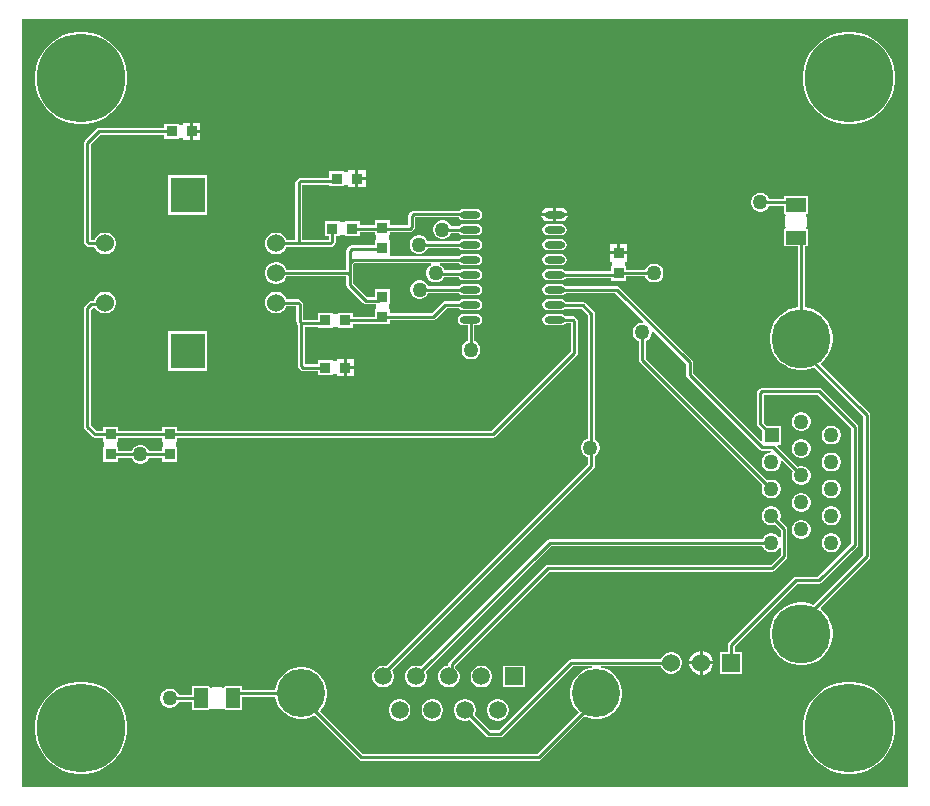
<source format=gtl>
G04*
G04 #@! TF.GenerationSoftware,Altium Limited,Altium Designer,21.3.1 (25)*
G04*
G04 Layer_Physical_Order=1*
G04 Layer_Color=255*
%FSLAX44Y44*%
%MOMM*%
G71*
G04*
G04 #@! TF.SameCoordinates,4862DC25-4AA2-4778-B268-FF6FA36D4FA1*
G04*
G04*
G04 #@! TF.FilePolarity,Positive*
G04*
G01*
G75*
%ADD15C,0.2540*%
%ADD17R,0.9500X0.9500*%
%ADD18R,0.9500X0.9500*%
%ADD19O,1.7500X0.6000*%
%ADD20R,1.1500X1.7000*%
%ADD21R,1.7000X1.1500*%
%ADD37C,1.5080*%
%ADD38C,4.0660*%
%ADD39R,1.5080X1.5080*%
%ADD40R,1.5240X1.5240*%
%ADD41C,1.5240*%
%ADD42C,7.5000*%
%ADD43C,5.0000*%
%ADD44C,1.2700*%
%ADD45R,1.2700X1.2700*%
%ADD46R,3.0000X3.0000*%
G36*
X775000Y225000D02*
X25000D01*
Y875000D01*
X775000D01*
Y225000D01*
D02*
G37*
%LPC*%
G36*
X728077Y864100D02*
X721923D01*
X715844Y863137D01*
X709991Y861235D01*
X704507Y858441D01*
X699528Y854824D01*
X695176Y850472D01*
X691559Y845493D01*
X688765Y840009D01*
X686863Y834156D01*
X685900Y828077D01*
Y821923D01*
X686863Y815844D01*
X688765Y809991D01*
X691559Y804507D01*
X695176Y799528D01*
X699528Y795176D01*
X704507Y791559D01*
X709991Y788765D01*
X715844Y786863D01*
X721923Y785900D01*
X728077D01*
X734156Y786863D01*
X740009Y788765D01*
X745493Y791559D01*
X750472Y795176D01*
X754824Y799528D01*
X758441Y804507D01*
X761235Y809991D01*
X763137Y815844D01*
X764100Y821923D01*
Y828077D01*
X763137Y834156D01*
X761235Y840009D01*
X758441Y845493D01*
X754824Y850472D01*
X750472Y854824D01*
X745493Y858441D01*
X740009Y861235D01*
X734156Y863137D01*
X728077Y864100D01*
D02*
G37*
G36*
X78077D02*
X71923D01*
X65844Y863137D01*
X59991Y861235D01*
X54507Y858441D01*
X49528Y854824D01*
X45176Y850472D01*
X41559Y845493D01*
X38765Y840009D01*
X36863Y834156D01*
X35900Y828077D01*
Y821923D01*
X36863Y815844D01*
X38765Y809991D01*
X41559Y804507D01*
X45176Y799528D01*
X49528Y795176D01*
X54507Y791559D01*
X59991Y788765D01*
X65844Y786863D01*
X71923Y785900D01*
X78077D01*
X84156Y786863D01*
X90009Y788765D01*
X95493Y791559D01*
X100472Y795176D01*
X104824Y799528D01*
X108441Y804507D01*
X111235Y809991D01*
X113137Y815844D01*
X114100Y821923D01*
Y828077D01*
X113137Y834156D01*
X111235Y840009D01*
X108441Y845493D01*
X104824Y850472D01*
X100472Y854824D01*
X95493Y858441D01*
X90009Y861235D01*
X84156Y863137D01*
X78077Y864100D01*
D02*
G37*
G36*
X167230Y787290D02*
X161210D01*
Y785631D01*
X158000D01*
X157850Y785754D01*
Y786350D01*
X145150D01*
Y782926D01*
X90000D01*
X88880Y782703D01*
X87931Y782069D01*
X77931Y772069D01*
X77297Y771120D01*
X77074Y770000D01*
Y686488D01*
X77297Y685368D01*
X77931Y684419D01*
X79419Y682931D01*
X80368Y682297D01*
X81488Y682074D01*
X86239D01*
X86408Y681441D01*
X87622Y679339D01*
X89339Y677622D01*
X91441Y676408D01*
X93786Y675780D01*
X96214D01*
X98559Y676408D01*
X100661Y677622D01*
X102378Y679339D01*
X103592Y681441D01*
X104220Y683786D01*
Y686214D01*
X103592Y688559D01*
X102378Y690661D01*
X100661Y692378D01*
X98559Y693592D01*
X96214Y694220D01*
X93786D01*
X91441Y693592D01*
X89339Y692378D01*
X87622Y690661D01*
X86408Y688559D01*
X86239Y687926D01*
X82926D01*
Y768788D01*
X91212Y777074D01*
X145150D01*
Y773650D01*
X157850D01*
Y774246D01*
X158000Y774369D01*
X161210D01*
Y772710D01*
X167230D01*
Y780000D01*
Y787290D01*
D02*
G37*
G36*
X175790D02*
X169770D01*
Y781270D01*
X175790D01*
Y787290D01*
D02*
G37*
G36*
Y778730D02*
X169770D01*
Y772710D01*
X175790D01*
Y778730D01*
D02*
G37*
G36*
X307230Y747290D02*
X301210D01*
Y745631D01*
X298000D01*
X297850Y745754D01*
Y746350D01*
X285150D01*
Y740426D01*
X260494D01*
X259374Y740203D01*
X258425Y739569D01*
X256937Y738081D01*
X256303Y737132D01*
X256080Y736012D01*
Y687926D01*
X248761D01*
X248592Y688559D01*
X247378Y690661D01*
X245661Y692378D01*
X243559Y693592D01*
X241214Y694220D01*
X238786D01*
X236441Y693592D01*
X234339Y692378D01*
X232622Y690661D01*
X231408Y688559D01*
X230780Y686214D01*
Y683786D01*
X231408Y681441D01*
X232622Y679339D01*
X234339Y677622D01*
X236441Y676408D01*
X238786Y675780D01*
X241214D01*
X243559Y676408D01*
X245661Y677622D01*
X247378Y679339D01*
X248592Y681441D01*
X248761Y682074D01*
X286012D01*
X287132Y682297D01*
X288081Y682931D01*
X289569Y684419D01*
X290203Y685368D01*
X290426Y686488D01*
Y691150D01*
X293850D01*
Y691746D01*
X294000Y691869D01*
X298000D01*
X298150Y691746D01*
Y691150D01*
X310850D01*
Y694574D01*
X323650D01*
Y692150D01*
X324246D01*
X324369Y692000D01*
Y688000D01*
X324246Y687850D01*
X323650D01*
Y683426D01*
X303988D01*
X302868Y683203D01*
X301919Y682569D01*
X300431Y681081D01*
X299797Y680132D01*
X299574Y679012D01*
Y668762D01*
Y662926D01*
X248761D01*
X248592Y663559D01*
X247378Y665661D01*
X245661Y667378D01*
X243559Y668592D01*
X241214Y669220D01*
X238786D01*
X236441Y668592D01*
X234339Y667378D01*
X232622Y665661D01*
X231408Y663559D01*
X230780Y661214D01*
Y658786D01*
X231408Y656441D01*
X232622Y654339D01*
X234339Y652622D01*
X236441Y651408D01*
X238786Y650780D01*
X241214D01*
X243559Y651408D01*
X245661Y652622D01*
X247378Y654339D01*
X248592Y656441D01*
X248761Y657074D01*
X299574D01*
Y650040D01*
X299797Y648920D01*
X300431Y647971D01*
X313951Y634451D01*
X314900Y633816D01*
X316020Y633594D01*
X324292D01*
X324369Y633500D01*
Y629500D01*
X324246Y629350D01*
X323650D01*
Y622926D01*
X304850D01*
Y626350D01*
X292150D01*
Y625755D01*
X292000Y625631D01*
X288000D01*
X287850Y625755D01*
Y626350D01*
X275150D01*
Y620426D01*
X262926D01*
Y633512D01*
X262703Y634632D01*
X262069Y635581D01*
X260581Y637069D01*
X259632Y637703D01*
X258512Y637926D01*
X248761D01*
X248592Y638559D01*
X247378Y640661D01*
X245661Y642378D01*
X243559Y643592D01*
X241214Y644220D01*
X238786D01*
X236441Y643592D01*
X234339Y642378D01*
X232622Y640661D01*
X231408Y638559D01*
X230780Y636214D01*
Y633786D01*
X231408Y631441D01*
X232622Y629339D01*
X234339Y627622D01*
X236441Y626408D01*
X238786Y625780D01*
X241214D01*
X243559Y626408D01*
X245661Y627622D01*
X247378Y629339D01*
X248592Y631441D01*
X248761Y632074D01*
X257074D01*
Y618988D01*
X257297Y617868D01*
X257931Y616919D01*
X258562Y616288D01*
Y581488D01*
X258784Y580368D01*
X259419Y579419D01*
X260907Y577931D01*
X261856Y577296D01*
X262976Y577074D01*
X275150D01*
Y573650D01*
X287850D01*
Y574246D01*
X288000Y574369D01*
X291210D01*
Y572710D01*
X297230D01*
Y580000D01*
Y587290D01*
X291210D01*
Y585631D01*
X288000D01*
X287850Y585755D01*
Y586350D01*
X275150D01*
Y582926D01*
X264414D01*
Y614574D01*
X275150D01*
Y613650D01*
X287850D01*
Y614246D01*
X288000Y614369D01*
X292000D01*
X292150Y614246D01*
Y613650D01*
X304850D01*
Y617074D01*
X323650D01*
Y616650D01*
X336350D01*
Y620074D01*
X373000D01*
X374120Y620297D01*
X375069Y620931D01*
X384462Y630324D01*
X394923D01*
X395184Y629934D01*
X396705Y628917D01*
X398500Y628560D01*
X410000D01*
X411795Y628917D01*
X413316Y629934D01*
X414333Y631455D01*
X414690Y633250D01*
X414333Y635045D01*
X413316Y636566D01*
X411795Y637583D01*
X410000Y637940D01*
X398500D01*
X396705Y637583D01*
X395184Y636566D01*
X394923Y636176D01*
X383250D01*
X382130Y635953D01*
X381181Y635319D01*
X371788Y625926D01*
X336350D01*
Y629350D01*
X335754D01*
X335631Y629500D01*
Y633500D01*
X335754Y633650D01*
X336350D01*
Y646350D01*
X323650D01*
Y639446D01*
X317232D01*
X305426Y651252D01*
Y658512D01*
Y667550D01*
X306300Y668424D01*
X371150D01*
X371491Y667154D01*
X370119Y666362D01*
X368638Y664881D01*
X367592Y663068D01*
X367050Y661047D01*
Y658953D01*
X367592Y656931D01*
X368638Y655119D01*
X370119Y653638D01*
X371931Y652592D01*
X373953Y652050D01*
X376047D01*
X378069Y652592D01*
X379881Y653638D01*
X381362Y655119D01*
X382093Y656386D01*
X394481D01*
X395184Y655334D01*
X396705Y654317D01*
X398500Y653960D01*
X410000D01*
X411795Y654317D01*
X413316Y655334D01*
X414333Y656855D01*
X414690Y658650D01*
X414333Y660445D01*
X413316Y661966D01*
X411795Y662983D01*
X410000Y663340D01*
X398500D01*
X396705Y662983D01*
X395591Y662238D01*
X382631D01*
X382408Y663068D01*
X381362Y664881D01*
X379881Y666362D01*
X378509Y667154D01*
X378850Y668424D01*
X394923D01*
X395184Y668034D01*
X396705Y667017D01*
X398500Y666660D01*
X410000D01*
X411795Y667017D01*
X413316Y668034D01*
X414333Y669555D01*
X414690Y671350D01*
X414333Y673145D01*
X413316Y674666D01*
X411795Y675683D01*
X410000Y676040D01*
X398500D01*
X396705Y675683D01*
X395184Y674666D01*
X394923Y674276D01*
X337258D01*
X336350Y675150D01*
Y687850D01*
X335754D01*
X335631Y688000D01*
Y692000D01*
X335754Y692150D01*
X336350D01*
Y694574D01*
X353512D01*
X354632Y694797D01*
X355581Y695431D01*
X357069Y696919D01*
X357704Y697868D01*
X357926Y698988D01*
Y707074D01*
X394555D01*
X395184Y706134D01*
X396705Y705117D01*
X398500Y704760D01*
X410000D01*
X411795Y705117D01*
X413316Y706134D01*
X414333Y707655D01*
X414690Y709450D01*
X414333Y711245D01*
X413316Y712766D01*
X411795Y713783D01*
X410000Y714140D01*
X398500D01*
X396705Y713783D01*
X395423Y712926D01*
X356488D01*
X355368Y712703D01*
X354419Y712069D01*
X352931Y710581D01*
X352296Y709632D01*
X352074Y708512D01*
Y700426D01*
X336350D01*
Y704850D01*
X323650D01*
Y700426D01*
X310850D01*
Y703850D01*
X298150D01*
Y703254D01*
X298000Y703131D01*
X294000D01*
X293850Y703254D01*
Y703850D01*
X281150D01*
Y691150D01*
X284574D01*
Y687926D01*
X261932D01*
Y734574D01*
X285150D01*
Y733650D01*
X297850D01*
Y734246D01*
X298000Y734369D01*
X301210D01*
Y732710D01*
X307230D01*
Y740000D01*
Y747290D01*
D02*
G37*
G36*
X315790D02*
X309770D01*
Y741270D01*
X315790D01*
Y747290D01*
D02*
G37*
G36*
Y738730D02*
X309770D01*
Y732710D01*
X315790D01*
Y738730D01*
D02*
G37*
G36*
X481500Y715098D02*
X477020D01*
Y710720D01*
X486896D01*
X486719Y711612D01*
X485494Y713444D01*
X483662Y714669D01*
X481500Y715098D01*
D02*
G37*
G36*
X474480D02*
X470000D01*
X467838Y714669D01*
X466006Y713444D01*
X464781Y711612D01*
X464604Y710720D01*
X474480D01*
Y715098D01*
D02*
G37*
G36*
X181600Y742600D02*
X148400D01*
Y709400D01*
X181600D01*
Y742600D01*
D02*
G37*
G36*
X486896Y708180D02*
X477020D01*
Y703801D01*
X481500D01*
X483662Y704231D01*
X485494Y705456D01*
X486719Y707288D01*
X486896Y708180D01*
D02*
G37*
G36*
X474480D02*
X464604D01*
X464781Y707288D01*
X466006Y705456D01*
X467838Y704231D01*
X470000Y703801D01*
X474480D01*
Y708180D01*
D02*
G37*
G36*
X481500Y701440D02*
X470000D01*
X468205Y701083D01*
X466684Y700066D01*
X465667Y698545D01*
X465310Y696750D01*
X465667Y694955D01*
X466684Y693434D01*
X468205Y692417D01*
X470000Y692060D01*
X481500D01*
X483295Y692417D01*
X484816Y693434D01*
X485833Y694955D01*
X486190Y696750D01*
X485833Y698545D01*
X484816Y700066D01*
X483295Y701083D01*
X481500Y701440D01*
D02*
G37*
G36*
X381797Y704700D02*
X379703D01*
X377681Y704158D01*
X375869Y703111D01*
X374388Y701631D01*
X373342Y699818D01*
X372800Y697797D01*
Y695703D01*
X373342Y693681D01*
X374388Y691869D01*
X375869Y690388D01*
X377681Y689342D01*
X379703Y688800D01*
X381797D01*
X383819Y689342D01*
X385631Y690388D01*
X387112Y691869D01*
X388158Y693681D01*
X388196Y693824D01*
X394923D01*
X395184Y693434D01*
X396705Y692417D01*
X398500Y692060D01*
X410000D01*
X411795Y692417D01*
X413316Y693434D01*
X414333Y694955D01*
X414690Y696750D01*
X414333Y698545D01*
X413316Y700066D01*
X411795Y701083D01*
X410000Y701440D01*
X398500D01*
X396705Y701083D01*
X395184Y700066D01*
X394923Y699676D01*
X388196D01*
X388158Y699818D01*
X387112Y701631D01*
X385631Y703111D01*
X383819Y704158D01*
X381797Y704700D01*
D02*
G37*
G36*
X481500Y688740D02*
X470000D01*
X468205Y688383D01*
X466684Y687366D01*
X465667Y685845D01*
X465310Y684050D01*
X465667Y682255D01*
X466684Y680734D01*
X468205Y679717D01*
X470000Y679360D01*
X481500D01*
X483295Y679717D01*
X484816Y680734D01*
X485833Y682255D01*
X486190Y684050D01*
X485833Y685845D01*
X484816Y687366D01*
X483295Y688383D01*
X481500Y688740D01*
D02*
G37*
G36*
X361997Y692000D02*
X359903D01*
X357881Y691458D01*
X356069Y690412D01*
X354588Y688931D01*
X353542Y687119D01*
X353000Y685097D01*
Y683003D01*
X353542Y680981D01*
X354588Y679168D01*
X356069Y677688D01*
X357881Y676642D01*
X359903Y676100D01*
X361997D01*
X364019Y676642D01*
X365831Y677688D01*
X367312Y679168D01*
X368358Y680981D01*
X368396Y681124D01*
X394923D01*
X395184Y680734D01*
X396705Y679717D01*
X398500Y679360D01*
X410000D01*
X411795Y679717D01*
X413316Y680734D01*
X414333Y682255D01*
X414690Y684050D01*
X414333Y685845D01*
X413316Y687366D01*
X411795Y688383D01*
X410000Y688740D01*
X398500D01*
X396705Y688383D01*
X395184Y687366D01*
X394923Y686976D01*
X368396D01*
X368358Y687119D01*
X367312Y688931D01*
X365831Y690412D01*
X364019Y691458D01*
X361997Y692000D01*
D02*
G37*
G36*
X537290Y684290D02*
X531270D01*
Y678270D01*
X537290D01*
Y684290D01*
D02*
G37*
G36*
X528730D02*
X522710D01*
Y678270D01*
X528730D01*
Y684290D01*
D02*
G37*
G36*
X481500Y676040D02*
X470000D01*
X468205Y675683D01*
X466684Y674666D01*
X465667Y673145D01*
X465310Y671350D01*
X465667Y669555D01*
X466684Y668034D01*
X468205Y667017D01*
X470000Y666660D01*
X481500D01*
X483295Y667017D01*
X484816Y668034D01*
X485833Y669555D01*
X486190Y671350D01*
X485833Y673145D01*
X484816Y674666D01*
X483295Y675683D01*
X481500Y676040D01*
D02*
G37*
G36*
X537290Y675730D02*
X530000D01*
X522710D01*
Y669710D01*
X524369D01*
Y666500D01*
X524246Y666350D01*
X523650D01*
Y661576D01*
X485077D01*
X484816Y661966D01*
X483295Y662983D01*
X481500Y663340D01*
X470000D01*
X468205Y662983D01*
X466684Y661966D01*
X465667Y660445D01*
X465310Y658650D01*
X465667Y656855D01*
X466684Y655334D01*
X468205Y654317D01*
X470000Y653960D01*
X481500D01*
X483295Y654317D01*
X484816Y655334D01*
X485077Y655724D01*
X523650D01*
Y653650D01*
X536350D01*
Y657074D01*
X552554D01*
X552592Y656931D01*
X553638Y655119D01*
X555119Y653638D01*
X556931Y652592D01*
X558953Y652050D01*
X561047D01*
X563069Y652592D01*
X564881Y653638D01*
X566362Y655119D01*
X567408Y656931D01*
X567950Y658953D01*
Y661047D01*
X567408Y663069D01*
X566362Y664881D01*
X564881Y666362D01*
X563069Y667408D01*
X561047Y667950D01*
X558953D01*
X556931Y667408D01*
X555119Y666362D01*
X553638Y664881D01*
X552592Y663069D01*
X552554Y662926D01*
X536350D01*
Y666350D01*
X535755D01*
X535631Y666500D01*
Y669710D01*
X537290D01*
Y675730D01*
D02*
G37*
G36*
X362597Y653900D02*
X360503D01*
X358481Y653358D01*
X356669Y652311D01*
X355188Y650831D01*
X354142Y649018D01*
X353600Y646997D01*
Y644903D01*
X354142Y642881D01*
X355188Y641068D01*
X356669Y639588D01*
X358481Y638542D01*
X360503Y638000D01*
X362597D01*
X364619Y638542D01*
X366431Y639588D01*
X367912Y641068D01*
X368958Y642881D01*
X368996Y643024D01*
X394923D01*
X395184Y642634D01*
X396705Y641617D01*
X398500Y641260D01*
X410000D01*
X411795Y641617D01*
X413316Y642634D01*
X414333Y644155D01*
X414690Y645950D01*
X414333Y647745D01*
X413316Y649266D01*
X411795Y650283D01*
X410000Y650640D01*
X398500D01*
X396705Y650283D01*
X395184Y649266D01*
X394923Y648876D01*
X368996D01*
X368958Y649018D01*
X367912Y650831D01*
X366431Y652311D01*
X364619Y653358D01*
X362597Y653900D01*
D02*
G37*
G36*
X96214Y644220D02*
X93786D01*
X91441Y643592D01*
X89339Y642378D01*
X87622Y640661D01*
X86408Y638559D01*
X85856Y636496D01*
X83570D01*
X82450Y636273D01*
X81501Y635639D01*
X77931Y632069D01*
X77297Y631120D01*
X77074Y630000D01*
Y530000D01*
X77297Y528880D01*
X77931Y527931D01*
X84431Y521431D01*
X85380Y520797D01*
X86500Y520574D01*
X93650D01*
Y517150D01*
X94246D01*
X94369Y517000D01*
Y513000D01*
X94246Y512850D01*
X93650D01*
Y500150D01*
X106350D01*
Y503574D01*
X117554D01*
X117592Y503431D01*
X118638Y501619D01*
X120119Y500138D01*
X121931Y499092D01*
X123953Y498550D01*
X126047D01*
X128069Y499092D01*
X129881Y500138D01*
X131362Y501619D01*
X132408Y503431D01*
X132446Y503574D01*
X143650D01*
Y500150D01*
X156350D01*
Y512850D01*
X155754D01*
X155631Y513000D01*
Y517000D01*
X155754Y517150D01*
X156350D01*
Y520574D01*
X423500D01*
X424620Y520797D01*
X425569Y521431D01*
X472069Y567931D01*
X472069Y567931D01*
X494569Y590431D01*
X495204Y591380D01*
X495426Y592500D01*
Y619062D01*
X495204Y620182D01*
X494569Y621131D01*
X493081Y622619D01*
X492132Y623253D01*
X491012Y623476D01*
X485077D01*
X484816Y623866D01*
X483295Y624883D01*
X481500Y625240D01*
X470000D01*
X468205Y624883D01*
X466684Y623866D01*
X465667Y622345D01*
X465310Y620550D01*
X465667Y618755D01*
X466684Y617234D01*
X468205Y616217D01*
X470000Y615860D01*
X481500D01*
X483295Y616217D01*
X484816Y617234D01*
X485077Y617624D01*
X489574D01*
Y593712D01*
X467931Y572069D01*
X467931Y572069D01*
X422288Y526426D01*
X156350D01*
Y529850D01*
X143650D01*
Y526426D01*
X106350D01*
Y529850D01*
X93650D01*
Y526426D01*
X87712D01*
X82926Y531212D01*
Y628788D01*
X84782Y630644D01*
X86869D01*
X87622Y629339D01*
X89339Y627622D01*
X91441Y626408D01*
X93786Y625780D01*
X96214D01*
X98559Y626408D01*
X100661Y627622D01*
X102378Y629339D01*
X103592Y631441D01*
X104220Y633786D01*
Y636214D01*
X103592Y638559D01*
X102378Y640661D01*
X100661Y642378D01*
X98559Y643592D01*
X96214Y644220D01*
D02*
G37*
G36*
X410000Y625240D02*
X398500D01*
X396705Y624883D01*
X395184Y623866D01*
X394167Y622345D01*
X393810Y620550D01*
X394167Y618755D01*
X395184Y617234D01*
X396705Y616217D01*
X398500Y615860D01*
X402074D01*
Y602446D01*
X401931Y602408D01*
X400119Y601362D01*
X398638Y599881D01*
X397592Y598069D01*
X397050Y596047D01*
Y593953D01*
X397592Y591931D01*
X398638Y590119D01*
X400119Y588638D01*
X401931Y587592D01*
X403953Y587050D01*
X406047D01*
X408069Y587592D01*
X409881Y588638D01*
X411362Y590119D01*
X412408Y591931D01*
X412950Y593953D01*
Y596047D01*
X412408Y598069D01*
X411362Y599881D01*
X409881Y601362D01*
X408069Y602408D01*
X407926Y602446D01*
Y615860D01*
X410000D01*
X411795Y616217D01*
X413316Y617234D01*
X414333Y618755D01*
X414690Y620550D01*
X414333Y622345D01*
X413316Y623866D01*
X411795Y624883D01*
X410000Y625240D01*
D02*
G37*
G36*
X305790Y587290D02*
X299770D01*
Y581270D01*
X305790D01*
Y587290D01*
D02*
G37*
G36*
X181600Y610600D02*
X148400D01*
Y577400D01*
X181600D01*
Y610600D01*
D02*
G37*
G36*
X305790Y578730D02*
X299770D01*
Y572710D01*
X305790D01*
Y578730D01*
D02*
G37*
G36*
X685647Y542150D02*
X683553D01*
X681531Y541608D01*
X679719Y540562D01*
X678238Y539081D01*
X677192Y537269D01*
X676650Y535247D01*
Y533153D01*
X677192Y531131D01*
X678238Y529319D01*
X679719Y527838D01*
X681531Y526792D01*
X683553Y526250D01*
X685647D01*
X687669Y526792D01*
X689481Y527838D01*
X690962Y529319D01*
X692008Y531131D01*
X692550Y533153D01*
Y535247D01*
X692008Y537269D01*
X690962Y539081D01*
X689481Y540562D01*
X687669Y541608D01*
X685647Y542150D01*
D02*
G37*
G36*
X711047Y530750D02*
X708953D01*
X706931Y530208D01*
X705119Y529162D01*
X703638Y527681D01*
X702592Y525869D01*
X702050Y523847D01*
Y521753D01*
X702592Y519731D01*
X703638Y517919D01*
X705119Y516438D01*
X706931Y515392D01*
X708953Y514850D01*
X711047D01*
X713069Y515392D01*
X714881Y516438D01*
X716362Y517919D01*
X717408Y519731D01*
X717950Y521753D01*
Y523847D01*
X717408Y525869D01*
X716362Y527681D01*
X714881Y529162D01*
X713069Y530208D01*
X711047Y530750D01*
D02*
G37*
G36*
X685647Y519350D02*
X683553D01*
X681531Y518808D01*
X679719Y517762D01*
X678238Y516281D01*
X677192Y514469D01*
X676650Y512447D01*
Y510353D01*
X677192Y508331D01*
X678238Y506519D01*
X679719Y505038D01*
X681531Y503992D01*
X683553Y503450D01*
X685647D01*
X687669Y503992D01*
X689481Y505038D01*
X690962Y506519D01*
X692008Y508331D01*
X692550Y510353D01*
Y512447D01*
X692008Y514469D01*
X690962Y516281D01*
X689481Y517762D01*
X687669Y518808D01*
X685647Y519350D01*
D02*
G37*
G36*
X711047Y507950D02*
X708953D01*
X706931Y507408D01*
X705119Y506362D01*
X703638Y504881D01*
X702592Y503069D01*
X702050Y501047D01*
Y498953D01*
X702592Y496931D01*
X703638Y495119D01*
X705119Y493638D01*
X706931Y492592D01*
X708953Y492050D01*
X711047D01*
X713069Y492592D01*
X714881Y493638D01*
X716362Y495119D01*
X717408Y496931D01*
X717950Y498953D01*
Y501047D01*
X717408Y503069D01*
X716362Y504881D01*
X714881Y506362D01*
X713069Y507408D01*
X711047Y507950D01*
D02*
G37*
G36*
Y485150D02*
X708953D01*
X706931Y484608D01*
X705119Y483562D01*
X703638Y482081D01*
X702592Y480269D01*
X702050Y478247D01*
Y476153D01*
X702592Y474131D01*
X703638Y472319D01*
X705119Y470838D01*
X706931Y469792D01*
X708953Y469250D01*
X711047D01*
X713069Y469792D01*
X714881Y470838D01*
X716362Y472319D01*
X717408Y474131D01*
X717950Y476153D01*
Y478247D01*
X717408Y480269D01*
X716362Y482081D01*
X714881Y483562D01*
X713069Y484608D01*
X711047Y485150D01*
D02*
G37*
G36*
X685647Y473750D02*
X683553D01*
X681531Y473208D01*
X679719Y472162D01*
X678238Y470681D01*
X677192Y468869D01*
X676650Y466847D01*
Y464753D01*
X677192Y462731D01*
X678238Y460919D01*
X679719Y459438D01*
X681531Y458392D01*
X683553Y457850D01*
X685647D01*
X687669Y458392D01*
X689481Y459438D01*
X690962Y460919D01*
X692008Y462731D01*
X692550Y464753D01*
Y466847D01*
X692008Y468869D01*
X690962Y470681D01*
X689481Y472162D01*
X687669Y473208D01*
X685647Y473750D01*
D02*
G37*
G36*
X711047Y462350D02*
X708953D01*
X706931Y461808D01*
X705119Y460762D01*
X703638Y459281D01*
X702592Y457469D01*
X702050Y455447D01*
Y453353D01*
X702592Y451331D01*
X703638Y449519D01*
X705119Y448038D01*
X706931Y446992D01*
X708953Y446450D01*
X711047D01*
X713069Y446992D01*
X714881Y448038D01*
X716362Y449519D01*
X717408Y451331D01*
X717950Y453353D01*
Y455447D01*
X717408Y457469D01*
X716362Y459281D01*
X714881Y460762D01*
X713069Y461808D01*
X711047Y462350D01*
D02*
G37*
G36*
X660247D02*
X658153D01*
X656131Y461808D01*
X654319Y460762D01*
X652838Y459281D01*
X651792Y457469D01*
X651250Y455447D01*
Y453353D01*
X651792Y451331D01*
X652838Y449519D01*
X654319Y448038D01*
X656131Y446992D01*
X658153Y446450D01*
X660247D01*
X662269Y446992D01*
X662396Y447066D01*
X667074Y442388D01*
Y436402D01*
X665804Y436062D01*
X665562Y436481D01*
X664081Y437962D01*
X662269Y439008D01*
X660247Y439550D01*
X658153D01*
X656131Y439008D01*
X654319Y437962D01*
X652838Y436481D01*
X651792Y434669D01*
X651754Y434526D01*
X471650D01*
X470530Y434303D01*
X469581Y433669D01*
X362517Y326606D01*
X361978Y326917D01*
X359653Y327540D01*
X357247D01*
X354922Y326917D01*
X352838Y325714D01*
X351136Y324012D01*
X349933Y321928D01*
X349310Y319603D01*
Y317197D01*
X349933Y314872D01*
X351136Y312788D01*
X352838Y311086D01*
X354922Y309883D01*
X357247Y309260D01*
X359653D01*
X361978Y309883D01*
X364062Y311086D01*
X365764Y312788D01*
X366967Y314872D01*
X367590Y317197D01*
Y319603D01*
X366967Y321928D01*
X366656Y322467D01*
X472862Y428674D01*
X651754D01*
X651792Y428531D01*
X652838Y426719D01*
X654319Y425238D01*
X656131Y424192D01*
X658153Y423650D01*
X660247D01*
X662269Y424192D01*
X664081Y425238D01*
X665562Y426719D01*
X665804Y427138D01*
X667074Y426798D01*
Y421212D01*
X658788Y412926D01*
X470000D01*
X468880Y412704D01*
X467931Y412069D01*
X386480Y330619D01*
X385846Y329669D01*
X385623Y328549D01*
Y327540D01*
X384947D01*
X382622Y326917D01*
X380538Y325714D01*
X378836Y324012D01*
X377633Y321928D01*
X377010Y319603D01*
Y317197D01*
X377633Y314872D01*
X378836Y312788D01*
X380538Y311086D01*
X382622Y309883D01*
X384947Y309260D01*
X387353D01*
X389678Y309883D01*
X391762Y311086D01*
X393464Y312788D01*
X394667Y314872D01*
X395290Y317197D01*
Y319603D01*
X394667Y321928D01*
X393464Y324012D01*
X391762Y325714D01*
X391476Y325879D01*
Y327337D01*
X471212Y407074D01*
X660000D01*
X661120Y407296D01*
X662069Y407931D01*
X672069Y417931D01*
X672703Y418880D01*
X672926Y420000D01*
Y443600D01*
X672703Y444720D01*
X672069Y445669D01*
X666535Y451204D01*
X666608Y451331D01*
X667150Y453353D01*
Y455447D01*
X666608Y457469D01*
X665562Y459281D01*
X664081Y460762D01*
X662269Y461808D01*
X660247Y462350D01*
D02*
G37*
G36*
X685647Y450950D02*
X683553D01*
X681531Y450408D01*
X679719Y449362D01*
X678238Y447881D01*
X677192Y446069D01*
X676650Y444047D01*
Y441953D01*
X677192Y439931D01*
X678238Y438119D01*
X679719Y436638D01*
X681531Y435592D01*
X683553Y435050D01*
X685647D01*
X687669Y435592D01*
X689481Y436638D01*
X690962Y438119D01*
X692008Y439931D01*
X692550Y441953D01*
Y444047D01*
X692008Y446069D01*
X690962Y447881D01*
X689481Y449362D01*
X687669Y450408D01*
X685647Y450950D01*
D02*
G37*
G36*
X711047Y439550D02*
X708953D01*
X706931Y439008D01*
X705119Y437962D01*
X703638Y436481D01*
X702592Y434669D01*
X702050Y432647D01*
Y430553D01*
X702592Y428531D01*
X703638Y426719D01*
X705119Y425238D01*
X706931Y424192D01*
X708953Y423650D01*
X711047D01*
X713069Y424192D01*
X714881Y425238D01*
X716362Y426719D01*
X717408Y428531D01*
X717950Y430553D01*
Y432647D01*
X717408Y434669D01*
X716362Y436481D01*
X714881Y437962D01*
X713069Y439008D01*
X711047Y439550D01*
D02*
G37*
G36*
X651047Y727950D02*
X648953D01*
X646931Y727408D01*
X645119Y726362D01*
X643638Y724881D01*
X642592Y723069D01*
X642050Y721047D01*
Y718953D01*
X642592Y716931D01*
X643638Y715119D01*
X645119Y713638D01*
X646931Y712592D01*
X648953Y712050D01*
X651047D01*
X653069Y712592D01*
X654881Y713638D01*
X656362Y715119D01*
X657408Y716931D01*
X657446Y717074D01*
X669900D01*
Y710150D01*
X670926D01*
X671347Y708904D01*
X670993Y708374D01*
X670869Y707750D01*
Y699750D01*
X670993Y699126D01*
X671347Y698596D01*
X670926Y697350D01*
X669900D01*
Y682650D01*
X681674D01*
Y630968D01*
X678371Y630445D01*
X674389Y629151D01*
X670659Y627250D01*
X667271Y624789D01*
X664311Y621829D01*
X661850Y618441D01*
X659949Y614711D01*
X658655Y610729D01*
X658000Y606594D01*
Y602407D01*
X658655Y598271D01*
X659949Y594289D01*
X661850Y590559D01*
X664311Y587171D01*
X667271Y584211D01*
X670659Y581750D01*
X674389Y579849D01*
X678371Y578555D01*
X682506Y577900D01*
X686693D01*
X690829Y578555D01*
X694811Y579849D01*
X695607Y580255D01*
X737074Y538788D01*
Y421212D01*
X695011Y379149D01*
X694811Y379251D01*
X690829Y380545D01*
X686693Y381200D01*
X682506D01*
X678371Y380545D01*
X674389Y379251D01*
X670659Y377350D01*
X667271Y374889D01*
X664311Y371929D01*
X661850Y368541D01*
X659949Y364811D01*
X658655Y360829D01*
X658000Y356693D01*
Y352506D01*
X658655Y348371D01*
X659949Y344389D01*
X661850Y340659D01*
X664311Y337271D01*
X667271Y334311D01*
X670659Y331850D01*
X674389Y329949D01*
X678371Y328655D01*
X682506Y328000D01*
X686693D01*
X690829Y328655D01*
X694811Y329949D01*
X698541Y331850D01*
X701929Y334311D01*
X704889Y337271D01*
X707350Y340659D01*
X709251Y344389D01*
X710545Y348371D01*
X711200Y352506D01*
Y356693D01*
X710545Y360829D01*
X709251Y364811D01*
X707350Y368541D01*
X704889Y371929D01*
X701929Y374889D01*
X701040Y375535D01*
X700940Y376801D01*
X742069Y417931D01*
X742703Y418880D01*
X742926Y420000D01*
Y540000D01*
X742703Y541120D01*
X742069Y542069D01*
X701461Y582677D01*
X701561Y583943D01*
X701929Y584211D01*
X704889Y587171D01*
X707350Y590559D01*
X709251Y594289D01*
X710545Y598271D01*
X711200Y602407D01*
Y606594D01*
X710545Y610729D01*
X709251Y614711D01*
X707350Y618441D01*
X704889Y621829D01*
X701929Y624789D01*
X698541Y627250D01*
X694811Y629151D01*
X690829Y630445D01*
X687526Y630968D01*
Y682650D01*
X690100D01*
Y697350D01*
X689074D01*
X688653Y698596D01*
X689007Y699126D01*
X689131Y699750D01*
Y707750D01*
X689007Y708374D01*
X688653Y708904D01*
X689074Y710150D01*
X690100D01*
Y724850D01*
X669900D01*
Y722926D01*
X657446D01*
X657408Y723069D01*
X656362Y724881D01*
X654881Y726362D01*
X653069Y727408D01*
X651047Y727950D01*
D02*
G37*
G36*
X601338Y340160D02*
X601270D01*
Y331270D01*
X610160D01*
Y331338D01*
X609468Y333922D01*
X608130Y336238D01*
X606238Y338130D01*
X603922Y339468D01*
X601338Y340160D01*
D02*
G37*
G36*
X598730D02*
X598662D01*
X596078Y339468D01*
X593762Y338130D01*
X591870Y336238D01*
X590532Y333922D01*
X589840Y331338D01*
Y331270D01*
X598730D01*
Y340160D01*
D02*
G37*
G36*
X481500Y637940D02*
X470000D01*
X468205Y637583D01*
X466684Y636566D01*
X465667Y635045D01*
X465310Y633250D01*
X465667Y631455D01*
X466684Y629934D01*
X468205Y628917D01*
X470000Y628560D01*
X481500D01*
X483295Y628917D01*
X484816Y629934D01*
X484827Y629949D01*
X498413D01*
X504074Y624288D01*
Y519714D01*
X502931Y519408D01*
X501119Y518362D01*
X499638Y516881D01*
X498592Y515069D01*
X498050Y513047D01*
Y510953D01*
X498592Y508931D01*
X499638Y507119D01*
X501119Y505638D01*
X502931Y504592D01*
X504074Y504286D01*
Y498212D01*
X333096Y327234D01*
X331953Y327540D01*
X329547D01*
X327222Y326917D01*
X325138Y325714D01*
X323436Y324012D01*
X322233Y321928D01*
X321610Y319603D01*
Y317197D01*
X322233Y314872D01*
X323436Y312788D01*
X325138Y311086D01*
X327222Y309883D01*
X329547Y309260D01*
X331953D01*
X334278Y309883D01*
X336362Y311086D01*
X338064Y312788D01*
X339267Y314872D01*
X339890Y317197D01*
Y319603D01*
X339267Y321928D01*
X338096Y323957D01*
X509069Y494931D01*
X509703Y495880D01*
X509926Y497000D01*
Y505087D01*
X510881Y505638D01*
X512362Y507119D01*
X513408Y508931D01*
X513950Y510953D01*
Y513047D01*
X513408Y515069D01*
X512362Y516881D01*
X510881Y518362D01*
X509926Y518913D01*
Y625500D01*
X509703Y626620D01*
X509069Y627569D01*
X501694Y634944D01*
X500745Y635578D01*
X499625Y635801D01*
X485328D01*
X484816Y636566D01*
X483295Y637583D01*
X481500Y637940D01*
D02*
G37*
G36*
Y650640D02*
X470000D01*
X468205Y650283D01*
X466684Y649266D01*
X465667Y647745D01*
X465310Y645950D01*
X465667Y644155D01*
X466684Y642634D01*
X468205Y641617D01*
X470000Y641260D01*
X481500D01*
X483295Y641617D01*
X484816Y642634D01*
X485077Y643024D01*
X527206D01*
X551010Y619220D01*
X550484Y617950D01*
X548953D01*
X546931Y617408D01*
X545119Y616362D01*
X543638Y614881D01*
X542592Y613069D01*
X542050Y611047D01*
Y608953D01*
X542592Y606931D01*
X543638Y605119D01*
X545119Y603638D01*
X546931Y602592D01*
X547074Y602554D01*
Y586400D01*
X547296Y585280D01*
X547931Y584331D01*
X651865Y480396D01*
X651792Y480269D01*
X651250Y478247D01*
Y476153D01*
X651792Y474131D01*
X652838Y472319D01*
X654319Y470838D01*
X656131Y469792D01*
X658153Y469250D01*
X660247D01*
X662269Y469792D01*
X664081Y470838D01*
X665562Y472319D01*
X666608Y474131D01*
X667150Y476153D01*
Y478247D01*
X666608Y480269D01*
X665562Y482081D01*
X664081Y483562D01*
X662269Y484608D01*
X660247Y485150D01*
X658153D01*
X656131Y484608D01*
X656004Y484534D01*
X552926Y587612D01*
Y602554D01*
X553069Y602592D01*
X554881Y603638D01*
X556362Y605119D01*
X557408Y606931D01*
X557950Y608953D01*
Y610484D01*
X559220Y611010D01*
X587119Y583111D01*
Y574067D01*
X587342Y572947D01*
X587976Y571997D01*
X649603Y510371D01*
X650552Y509737D01*
X651672Y509514D01*
X658957D01*
X659153Y509220D01*
X658475Y507950D01*
X658153D01*
X656131Y507408D01*
X654319Y506362D01*
X652838Y504881D01*
X651792Y503069D01*
X651250Y501047D01*
Y498953D01*
X651792Y496931D01*
X652838Y495119D01*
X654319Y493638D01*
X656131Y492592D01*
X658153Y492050D01*
X660247D01*
X662269Y492592D01*
X664081Y493638D01*
X665562Y495119D01*
X666608Y496931D01*
X667150Y498953D01*
Y500484D01*
X668420Y501010D01*
X677400Y492030D01*
X677192Y491669D01*
X676650Y489647D01*
Y487553D01*
X677192Y485531D01*
X678238Y483719D01*
X679719Y482238D01*
X681531Y481192D01*
X683553Y480650D01*
X685647D01*
X687669Y481192D01*
X689481Y482238D01*
X690962Y483719D01*
X692008Y485531D01*
X692550Y487553D01*
Y489647D01*
X692008Y491669D01*
X690962Y493481D01*
X689481Y494962D01*
X687669Y496008D01*
X685647Y496550D01*
X683553D01*
X681663Y496044D01*
X664327Y513380D01*
X664853Y514650D01*
X667550D01*
Y530550D01*
X655788D01*
X652926Y533412D01*
Y557074D01*
X698788D01*
X727074Y528788D01*
Y431212D01*
X698788Y402926D01*
X680000D01*
X678880Y402704D01*
X677931Y402069D01*
X623331Y347469D01*
X622696Y346520D01*
X622474Y345400D01*
Y339220D01*
X616180D01*
Y320780D01*
X634620D01*
Y339220D01*
X628326D01*
Y344188D01*
X681212Y397074D01*
X700000D01*
X701120Y397296D01*
X702069Y397931D01*
X732069Y427931D01*
X732703Y428880D01*
X732926Y430000D01*
Y530000D01*
X732703Y531120D01*
X732069Y532069D01*
X702069Y562069D01*
X701120Y562704D01*
X700000Y562926D01*
X651488D01*
X650368Y562704D01*
X649419Y562069D01*
X647931Y560581D01*
X647297Y559632D01*
X647074Y558512D01*
Y532200D01*
X647297Y531080D01*
X647931Y530131D01*
X651594Y526468D01*
Y522600D01*
X651650Y522317D01*
Y518260D01*
X650477Y517774D01*
X592971Y575279D01*
Y584323D01*
X592749Y585443D01*
X592114Y586392D01*
X530488Y648019D01*
X529538Y648653D01*
X528418Y648876D01*
X485077D01*
X484816Y649266D01*
X483295Y650283D01*
X481500Y650640D01*
D02*
G37*
G36*
X575814Y339220D02*
X573386D01*
X571041Y338592D01*
X568939Y337378D01*
X567222Y335661D01*
X566008Y333559D01*
X565839Y332926D01*
X490000D01*
X488880Y332704D01*
X487931Y332069D01*
X428788Y272926D01*
X421212D01*
X408206Y285933D01*
X408517Y286472D01*
X409140Y288797D01*
Y291203D01*
X408517Y293528D01*
X407314Y295612D01*
X405612Y297314D01*
X403528Y298517D01*
X401203Y299140D01*
X398797D01*
X396472Y298517D01*
X394388Y297314D01*
X392686Y295612D01*
X391483Y293528D01*
X390860Y291203D01*
Y288797D01*
X391483Y286472D01*
X392686Y284388D01*
X394388Y282686D01*
X396472Y281483D01*
X398797Y280860D01*
X401203D01*
X403528Y281483D01*
X404067Y281794D01*
X417931Y267931D01*
X418880Y267297D01*
X420000Y267074D01*
X430000D01*
X431120Y267297D01*
X432069Y267931D01*
X491212Y327074D01*
X507175D01*
X507300Y325804D01*
X504703Y325287D01*
X500712Y323634D01*
X497120Y321234D01*
X494066Y318180D01*
X491666Y314588D01*
X490013Y310597D01*
X489170Y306360D01*
Y302040D01*
X490013Y297803D01*
X491666Y293812D01*
X494066Y290221D01*
X496224Y288062D01*
X461088Y252926D01*
X313512D01*
X277226Y289212D01*
X278234Y290221D01*
X280634Y293812D01*
X282287Y297803D01*
X283130Y302040D01*
Y306360D01*
X282287Y310597D01*
X280634Y314588D01*
X278234Y318180D01*
X275180Y321234D01*
X271588Y323634D01*
X267597Y325287D01*
X263360Y326130D01*
X259040D01*
X254803Y325287D01*
X250812Y323634D01*
X247220Y321234D01*
X244166Y318180D01*
X241766Y314588D01*
X240113Y310597D01*
X239422Y307126D01*
X211100D01*
Y310100D01*
X196400D01*
Y309074D01*
X195154Y308654D01*
X194624Y309007D01*
X194000Y309131D01*
X186000D01*
X185376Y309007D01*
X184846Y308654D01*
X183600Y309074D01*
Y310100D01*
X168900D01*
Y302926D01*
X157446D01*
X157408Y303069D01*
X156362Y304881D01*
X154881Y306362D01*
X153069Y307408D01*
X151047Y307950D01*
X148953D01*
X146931Y307408D01*
X145119Y306362D01*
X143638Y304881D01*
X142592Y303069D01*
X142050Y301047D01*
Y298953D01*
X142592Y296931D01*
X143638Y295119D01*
X145119Y293638D01*
X146931Y292592D01*
X148953Y292050D01*
X151047D01*
X153069Y292592D01*
X154881Y293638D01*
X156362Y295119D01*
X157408Y296931D01*
X157446Y297074D01*
X168900D01*
Y289900D01*
X183600D01*
Y290926D01*
X184846Y291346D01*
X185376Y290993D01*
X186000Y290869D01*
X194000D01*
X194624Y290993D01*
X195154Y291346D01*
X196400Y290926D01*
Y289900D01*
X211100D01*
Y301274D01*
X239422D01*
X240113Y297803D01*
X241766Y293812D01*
X244166Y290221D01*
X247220Y287166D01*
X250812Y284766D01*
X254803Y283113D01*
X259040Y282270D01*
X263360D01*
X267597Y283113D01*
X271588Y284766D01*
X272672Y285490D01*
X310231Y247931D01*
X311180Y247297D01*
X312300Y247074D01*
X462300D01*
X463420Y247297D01*
X464369Y247931D01*
X501060Y284622D01*
X504703Y283113D01*
X508940Y282270D01*
X513260D01*
X517497Y283113D01*
X521488Y284766D01*
X525079Y287166D01*
X528134Y290221D01*
X530534Y293812D01*
X532187Y297803D01*
X533030Y302040D01*
Y306360D01*
X532187Y310597D01*
X530534Y314588D01*
X528134Y318180D01*
X525079Y321234D01*
X521488Y323634D01*
X517497Y325287D01*
X514900Y325804D01*
X515025Y327074D01*
X565839D01*
X566008Y326441D01*
X567222Y324339D01*
X568939Y322622D01*
X571041Y321408D01*
X573386Y320780D01*
X575814D01*
X578159Y321408D01*
X580261Y322622D01*
X581978Y324339D01*
X583192Y326441D01*
X583820Y328786D01*
Y331214D01*
X583192Y333559D01*
X581978Y335661D01*
X580261Y337378D01*
X578159Y338592D01*
X575814Y339220D01*
D02*
G37*
G36*
X610160Y328730D02*
X601270D01*
Y319840D01*
X601338D01*
X603922Y320532D01*
X606238Y321870D01*
X608130Y323762D01*
X609468Y326078D01*
X610160Y328662D01*
Y328730D01*
D02*
G37*
G36*
X598730D02*
X589840D01*
Y328662D01*
X590532Y326078D01*
X591870Y323762D01*
X593762Y321870D01*
X596078Y320532D01*
X598662Y319840D01*
X598730D01*
Y328730D01*
D02*
G37*
G36*
X450690Y327540D02*
X432410D01*
Y309260D01*
X450690D01*
Y327540D01*
D02*
G37*
G36*
X415053D02*
X412647D01*
X410322Y326917D01*
X408238Y325714D01*
X406536Y324012D01*
X405333Y321928D01*
X404710Y319603D01*
Y317197D01*
X405333Y314872D01*
X406536Y312788D01*
X408238Y311086D01*
X410322Y309883D01*
X412647Y309260D01*
X415053D01*
X417378Y309883D01*
X419462Y311086D01*
X421164Y312788D01*
X422367Y314872D01*
X422990Y317197D01*
Y319603D01*
X422367Y321928D01*
X421164Y324012D01*
X419462Y325714D01*
X417378Y326917D01*
X415053Y327540D01*
D02*
G37*
G36*
X428903Y299140D02*
X426497D01*
X424172Y298517D01*
X422088Y297314D01*
X420386Y295612D01*
X419183Y293528D01*
X418560Y291203D01*
Y288797D01*
X419183Y286472D01*
X420386Y284388D01*
X422088Y282686D01*
X424172Y281483D01*
X426497Y280860D01*
X428903D01*
X431228Y281483D01*
X433312Y282686D01*
X435014Y284388D01*
X436217Y286472D01*
X436840Y288797D01*
Y291203D01*
X436217Y293528D01*
X435014Y295612D01*
X433312Y297314D01*
X431228Y298517D01*
X428903Y299140D01*
D02*
G37*
G36*
X373503D02*
X371097D01*
X368772Y298517D01*
X366688Y297314D01*
X364986Y295612D01*
X363783Y293528D01*
X363160Y291203D01*
Y288797D01*
X363783Y286472D01*
X364986Y284388D01*
X366688Y282686D01*
X368772Y281483D01*
X371097Y280860D01*
X373503D01*
X375828Y281483D01*
X377912Y282686D01*
X379614Y284388D01*
X380817Y286472D01*
X381440Y288797D01*
Y291203D01*
X380817Y293528D01*
X379614Y295612D01*
X377912Y297314D01*
X375828Y298517D01*
X373503Y299140D01*
D02*
G37*
G36*
X345803D02*
X343397D01*
X341072Y298517D01*
X338988Y297314D01*
X337286Y295612D01*
X336083Y293528D01*
X335460Y291203D01*
Y288797D01*
X336083Y286472D01*
X337286Y284388D01*
X338988Y282686D01*
X341072Y281483D01*
X343397Y280860D01*
X345803D01*
X348128Y281483D01*
X350212Y282686D01*
X351914Y284388D01*
X353117Y286472D01*
X353740Y288797D01*
Y291203D01*
X353117Y293528D01*
X351914Y295612D01*
X350212Y297314D01*
X348128Y298517D01*
X345803Y299140D01*
D02*
G37*
G36*
X728077Y314100D02*
X721923D01*
X715844Y313137D01*
X709991Y311235D01*
X704507Y308441D01*
X699528Y304824D01*
X695176Y300472D01*
X691559Y295493D01*
X688765Y290009D01*
X686863Y284156D01*
X685900Y278077D01*
Y271923D01*
X686863Y265844D01*
X688765Y259991D01*
X691559Y254507D01*
X695176Y249528D01*
X699528Y245176D01*
X704507Y241559D01*
X709991Y238765D01*
X715844Y236863D01*
X721923Y235900D01*
X728077D01*
X734156Y236863D01*
X740009Y238765D01*
X745493Y241559D01*
X750472Y245176D01*
X754824Y249528D01*
X758441Y254507D01*
X761235Y259991D01*
X763137Y265844D01*
X764100Y271923D01*
Y278077D01*
X763137Y284156D01*
X761235Y290009D01*
X758441Y295493D01*
X754824Y300472D01*
X750472Y304824D01*
X745493Y308441D01*
X740009Y311235D01*
X734156Y313137D01*
X728077Y314100D01*
D02*
G37*
G36*
X78077D02*
X71923D01*
X65844Y313137D01*
X59991Y311235D01*
X54507Y308441D01*
X49528Y304824D01*
X45176Y300472D01*
X41559Y295493D01*
X38765Y290009D01*
X36863Y284156D01*
X35900Y278077D01*
Y271923D01*
X36863Y265844D01*
X38765Y259991D01*
X41559Y254507D01*
X45176Y249528D01*
X49528Y245176D01*
X54507Y241559D01*
X59991Y238765D01*
X65844Y236863D01*
X71923Y235900D01*
X78077D01*
X84156Y236863D01*
X90009Y238765D01*
X95493Y241559D01*
X100472Y245176D01*
X104824Y249528D01*
X108441Y254507D01*
X111235Y259991D01*
X113137Y265844D01*
X114100Y271923D01*
Y278077D01*
X113137Y284156D01*
X111235Y290009D01*
X108441Y295493D01*
X104824Y300472D01*
X100472Y304824D01*
X95493Y308441D01*
X90009Y311235D01*
X84156Y313137D01*
X78077Y314100D01*
D02*
G37*
%LPD*%
G36*
X143650Y517150D02*
X144246D01*
X144369Y517000D01*
Y513000D01*
X144246Y512850D01*
X143650D01*
Y509426D01*
X132446D01*
X132408Y509569D01*
X131362Y511381D01*
X129881Y512862D01*
X128069Y513908D01*
X126047Y514450D01*
X123953D01*
X121931Y513908D01*
X120119Y512862D01*
X118638Y511381D01*
X117592Y509569D01*
X117554Y509426D01*
X106350D01*
Y512850D01*
X105754D01*
X105631Y513000D01*
Y517000D01*
X105754Y517150D01*
X106350D01*
Y520574D01*
X143650D01*
Y517150D01*
D02*
G37*
D15*
X490000Y330000D02*
X574600D01*
X430000Y270000D02*
X490000Y330000D01*
X420000Y270000D02*
X430000D01*
X330000Y623000D02*
X373000D01*
X80000Y770000D02*
X90000Y780000D01*
X151500D01*
X80000Y686488D02*
Y770000D01*
X260494Y737500D02*
X289000D01*
X291500Y740000D01*
X302500Y650040D02*
X316020Y636520D01*
X302500Y650040D02*
Y658512D01*
X316020Y636520D02*
X326520D01*
X330000Y640000D01*
X327000Y620000D02*
X330000Y623000D01*
X298500Y620000D02*
X327000D01*
X281500Y580000D02*
X281500Y580000D01*
X261488Y617500D02*
X279000D01*
X281500Y620000D01*
X530000Y660000D02*
X560000D01*
X475750Y658650D02*
X528650D01*
X530000Y660000D01*
X507000Y497000D02*
Y511000D01*
X358450Y318400D02*
X471650Y431600D01*
X330750Y320750D02*
X507000Y497000D01*
X388549Y328549D02*
X470000Y410000D01*
X660000D01*
X471650Y431600D02*
X659200D01*
X203750Y300000D02*
X207950Y304200D01*
X261200D01*
X150000Y300000D02*
X176250D01*
X388549Y320799D02*
Y328549D01*
X386150Y318400D02*
X388549Y320799D01*
X330750Y318400D02*
Y320750D01*
X506000Y512000D02*
X507000Y511000D01*
X506000Y512000D02*
X507000Y513000D01*
X680000Y400000D02*
X700000D01*
X625400Y345400D02*
X680000Y400000D01*
X625400Y330000D02*
Y345400D01*
X312300Y250000D02*
X462300D01*
X511100Y298800D01*
X261200Y301100D02*
Y304200D01*
Y301100D02*
X312300Y250000D01*
X511100Y298800D02*
Y304200D01*
X660000Y410000D02*
X670000Y420000D01*
Y443600D01*
X659200Y454400D02*
X670000Y443600D01*
X400000Y290000D02*
X420000Y270000D01*
X400000Y290000D02*
X400000D01*
X262976Y580000D02*
X281500D01*
X261488Y581488D02*
X262976Y580000D01*
X259006Y736012D02*
X260494Y737500D01*
X259006Y685000D02*
Y736012D01*
X261488Y581488D02*
Y617500D01*
X730000Y430000D02*
Y530000D01*
X651488Y560000D02*
X700000D01*
X730000Y530000D01*
X700000Y400000D02*
X730000Y430000D01*
X684600Y488600D02*
Y488968D01*
X661128Y512440D02*
X684600Y488968D01*
X651672Y512440D02*
X661128D01*
X590045Y574067D02*
X651672Y512440D01*
X590045Y574067D02*
Y584323D01*
X528418Y645950D02*
X590045Y584323D01*
X475750Y645950D02*
X528418D01*
X650000Y532200D02*
Y558512D01*
X654520Y522600D02*
Y527680D01*
X650000Y532200D02*
X654520Y527680D01*
X650000Y558512D02*
X651488Y560000D01*
X550000Y586400D02*
X659200Y477200D01*
X550000Y586400D02*
Y610000D01*
X375688Y659312D02*
X403588D01*
X375000Y660000D02*
X375688Y659312D01*
X475750Y620550D02*
X491012D01*
X476125Y632875D02*
X499625D01*
X86500Y523500D02*
X150000D01*
X492500Y592500D02*
Y619062D01*
X499625Y632875D02*
X507000Y625500D01*
Y513000D02*
Y625500D01*
X491012Y620550D02*
X492500Y619062D01*
X475750Y633250D02*
X476125Y632875D01*
X675500Y604500D02*
X740000Y540000D01*
X674600Y354600D02*
X740000Y420000D01*
X674600Y604500D02*
X675500D01*
X740000Y420000D02*
Y540000D01*
X304500Y697500D02*
X330000D01*
X360950Y684050D02*
X404250D01*
X353512Y697500D02*
X355000Y698988D01*
X330000Y697500D02*
X340000D01*
X355000Y698988D02*
Y708512D01*
X403588Y659312D02*
X404250Y658650D01*
X361550Y645950D02*
X404250D01*
X405000Y595000D02*
Y619800D01*
X470000Y570000D02*
X470000D01*
X423500Y523500D02*
X470000Y570000D01*
X81488Y685000D02*
X95000D01*
X80000Y686488D02*
X81488Y685000D01*
X240000Y635000D02*
X258512D01*
X260000Y633512D01*
Y618988D02*
X261488Y617500D01*
X260000Y618988D02*
Y633512D01*
X301012Y660000D02*
X302500Y658512D01*
X240000Y660000D02*
X301012D01*
X240000Y685000D02*
X259006D01*
X286012D02*
X287500Y686488D01*
Y697500D01*
X259006Y685000D02*
X286012D01*
X303988Y680500D02*
X330000D01*
X302500Y679012D02*
X303988Y680500D01*
X373000Y623000D02*
X383250Y633250D01*
X404250D01*
X305088Y671350D02*
X404250D01*
X302500Y668762D02*
X305088Y671350D01*
X302500Y658512D02*
Y668762D01*
Y679012D01*
X403700Y710000D02*
X404250Y709450D01*
X355000Y708512D02*
X356488Y710000D01*
X403700D01*
X380750Y696750D02*
X404250D01*
X150000Y523500D02*
X423500D01*
X650000Y720000D02*
X677204D01*
X340000Y697500D02*
X353512D01*
X470000Y570000D02*
X492500Y592500D01*
X80000Y530000D02*
Y630000D01*
Y530000D02*
X86500Y523500D01*
X83570Y633570D02*
X93570D01*
X404250Y620550D02*
X405000Y619800D01*
X93570Y633570D02*
X95000Y635000D01*
X80000Y630000D02*
X83570Y633570D01*
X100000Y506500D02*
X150000D01*
X680000Y690000D02*
X680120D01*
X684600Y604500D02*
Y685520D01*
X680120Y690000D02*
X684600Y685520D01*
D17*
X281500Y620000D02*
D03*
X298500D02*
D03*
Y580000D02*
D03*
X281500D02*
D03*
X308500Y740000D02*
D03*
X291500D02*
D03*
X168500Y780000D02*
D03*
X151500D02*
D03*
X304500Y697500D02*
D03*
X287500D02*
D03*
D18*
X330000Y623000D02*
D03*
Y640000D02*
D03*
X530000Y677000D02*
D03*
Y660000D02*
D03*
X100000Y506500D02*
D03*
Y523500D02*
D03*
X150000Y506500D02*
D03*
Y523500D02*
D03*
X330000Y681500D02*
D03*
Y698500D02*
D03*
D19*
X404250Y709450D02*
D03*
Y696750D02*
D03*
Y684050D02*
D03*
Y671350D02*
D03*
Y658650D02*
D03*
Y645950D02*
D03*
Y633250D02*
D03*
Y620550D02*
D03*
X475750Y709450D02*
D03*
Y696750D02*
D03*
Y684050D02*
D03*
Y671350D02*
D03*
Y658650D02*
D03*
Y645950D02*
D03*
Y633250D02*
D03*
Y620550D02*
D03*
D20*
X203750Y300000D02*
D03*
X176250D02*
D03*
D21*
X680000Y717500D02*
D03*
Y690000D02*
D03*
D37*
X427700Y290000D02*
D03*
X372300D02*
D03*
X400000D02*
D03*
X413850Y318400D02*
D03*
X358450D02*
D03*
X344600Y290000D02*
D03*
X330750Y318400D02*
D03*
X386150D02*
D03*
D38*
X511100Y304200D02*
D03*
X261200D02*
D03*
D39*
X441550Y318400D02*
D03*
D40*
X625400Y330000D02*
D03*
D41*
X600000D02*
D03*
X574600D02*
D03*
X240000Y635000D02*
D03*
Y660000D02*
D03*
Y685000D02*
D03*
X95000Y635000D02*
D03*
Y685000D02*
D03*
D42*
X75000Y275000D02*
D03*
X725000D02*
D03*
Y825000D02*
D03*
X75000D02*
D03*
D43*
X684600Y354600D02*
D03*
Y604500D02*
D03*
D44*
Y534200D02*
D03*
Y511400D02*
D03*
Y488600D02*
D03*
Y465800D02*
D03*
Y443000D02*
D03*
X659200Y431600D02*
D03*
Y454400D02*
D03*
Y477200D02*
D03*
Y500000D02*
D03*
X710000Y431600D02*
D03*
Y454400D02*
D03*
Y477200D02*
D03*
Y500000D02*
D03*
Y522800D02*
D03*
X560000Y660000D02*
D03*
X506000Y512000D02*
D03*
X150000Y300000D02*
D03*
X550000Y610000D02*
D03*
X375000Y660000D02*
D03*
X405000Y595000D02*
D03*
X650000Y720000D02*
D03*
X125000Y506500D02*
D03*
X380750Y696750D02*
D03*
X361550Y645950D02*
D03*
X360950Y684050D02*
D03*
D45*
X659600Y522600D02*
D03*
D46*
X165000Y594000D02*
D03*
Y726000D02*
D03*
M02*

</source>
